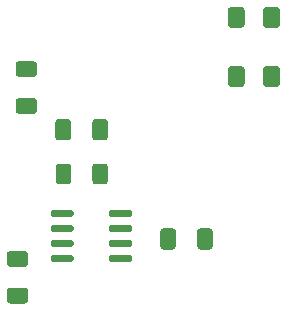
<source format=gbr>
%TF.GenerationSoftware,KiCad,Pcbnew,5.1.10-88a1d61d58~90~ubuntu20.04.1*%
%TF.CreationDate,2021-10-29T09:56:54+11:00*%
%TF.ProjectId,simple-photodetector,73696d70-6c65-42d7-9068-6f746f646574,rev?*%
%TF.SameCoordinates,Original*%
%TF.FileFunction,Paste,Top*%
%TF.FilePolarity,Positive*%
%FSLAX46Y46*%
G04 Gerber Fmt 4.6, Leading zero omitted, Abs format (unit mm)*
G04 Created by KiCad (PCBNEW 5.1.10-88a1d61d58~90~ubuntu20.04.1) date 2021-10-29 09:56:54*
%MOMM*%
%LPD*%
G01*
G04 APERTURE LIST*
G04 APERTURE END LIST*
%TO.C,C4*%
G36*
G01*
X124150001Y-64662500D02*
X122849999Y-64662500D01*
G75*
G02*
X122600000Y-64412501I0J249999D01*
G01*
X122600000Y-63587499D01*
G75*
G02*
X122849999Y-63337500I249999J0D01*
G01*
X124150001Y-63337500D01*
G75*
G02*
X124400000Y-63587499I0J-249999D01*
G01*
X124400000Y-64412501D01*
G75*
G02*
X124150001Y-64662500I-249999J0D01*
G01*
G37*
G36*
G01*
X124150001Y-61537500D02*
X122849999Y-61537500D01*
G75*
G02*
X122600000Y-61287501I0J249999D01*
G01*
X122600000Y-60462499D01*
G75*
G02*
X122849999Y-60212500I249999J0D01*
G01*
X124150001Y-60212500D01*
G75*
G02*
X124400000Y-60462499I0J-249999D01*
G01*
X124400000Y-61287501D01*
G75*
G02*
X124150001Y-61537500I-249999J0D01*
G01*
G37*
%TD*%
%TO.C,C5*%
G36*
G01*
X127287500Y-65349999D02*
X127287500Y-66650001D01*
G75*
G02*
X127037501Y-66900000I-249999J0D01*
G01*
X126212499Y-66900000D01*
G75*
G02*
X125962500Y-66650001I0J249999D01*
G01*
X125962500Y-65349999D01*
G75*
G02*
X126212499Y-65100000I249999J0D01*
G01*
X127037501Y-65100000D01*
G75*
G02*
X127287500Y-65349999I0J-249999D01*
G01*
G37*
G36*
G01*
X130412500Y-65349999D02*
X130412500Y-66650001D01*
G75*
G02*
X130162501Y-66900000I-249999J0D01*
G01*
X129337499Y-66900000D01*
G75*
G02*
X129087500Y-66650001I0J249999D01*
G01*
X129087500Y-65349999D01*
G75*
G02*
X129337499Y-65100000I249999J0D01*
G01*
X130162501Y-65100000D01*
G75*
G02*
X130412500Y-65349999I0J-249999D01*
G01*
G37*
%TD*%
%TO.C,C6*%
G36*
G01*
X139287500Y-74599999D02*
X139287500Y-75900001D01*
G75*
G02*
X139037501Y-76150000I-249999J0D01*
G01*
X138212499Y-76150000D01*
G75*
G02*
X137962500Y-75900001I0J249999D01*
G01*
X137962500Y-74599999D01*
G75*
G02*
X138212499Y-74350000I249999J0D01*
G01*
X139037501Y-74350000D01*
G75*
G02*
X139287500Y-74599999I0J-249999D01*
G01*
G37*
G36*
G01*
X136162500Y-74599999D02*
X136162500Y-75900001D01*
G75*
G02*
X135912501Y-76150000I-249999J0D01*
G01*
X135087499Y-76150000D01*
G75*
G02*
X134837500Y-75900001I0J249999D01*
G01*
X134837500Y-74599999D01*
G75*
G02*
X135087499Y-74350000I249999J0D01*
G01*
X135912501Y-74350000D01*
G75*
G02*
X136162500Y-74599999I0J-249999D01*
G01*
G37*
%TD*%
%TO.C,C7*%
G36*
G01*
X123400001Y-77600000D02*
X122099999Y-77600000D01*
G75*
G02*
X121850000Y-77350001I0J249999D01*
G01*
X121850000Y-76524999D01*
G75*
G02*
X122099999Y-76275000I249999J0D01*
G01*
X123400001Y-76275000D01*
G75*
G02*
X123650000Y-76524999I0J-249999D01*
G01*
X123650000Y-77350001D01*
G75*
G02*
X123400001Y-77600000I-249999J0D01*
G01*
G37*
G36*
G01*
X123400001Y-80725000D02*
X122099999Y-80725000D01*
G75*
G02*
X121850000Y-80475001I0J249999D01*
G01*
X121850000Y-79649999D01*
G75*
G02*
X122099999Y-79400000I249999J0D01*
G01*
X123400001Y-79400000D01*
G75*
G02*
X123650000Y-79649999I0J-249999D01*
G01*
X123650000Y-80475001D01*
G75*
G02*
X123400001Y-80725000I-249999J0D01*
G01*
G37*
%TD*%
%TO.C,D1*%
G36*
G01*
X140562500Y-57125000D02*
X140562500Y-55875000D01*
G75*
G02*
X140812500Y-55625000I250000J0D01*
G01*
X141737500Y-55625000D01*
G75*
G02*
X141987500Y-55875000I0J-250000D01*
G01*
X141987500Y-57125000D01*
G75*
G02*
X141737500Y-57375000I-250000J0D01*
G01*
X140812500Y-57375000D01*
G75*
G02*
X140562500Y-57125000I0J250000D01*
G01*
G37*
G36*
G01*
X143537500Y-57125000D02*
X143537500Y-55875000D01*
G75*
G02*
X143787500Y-55625000I250000J0D01*
G01*
X144712500Y-55625000D01*
G75*
G02*
X144962500Y-55875000I0J-250000D01*
G01*
X144962500Y-57125000D01*
G75*
G02*
X144712500Y-57375000I-250000J0D01*
G01*
X143787500Y-57375000D01*
G75*
G02*
X143537500Y-57125000I0J250000D01*
G01*
G37*
%TD*%
%TO.C,D2*%
G36*
G01*
X141987500Y-60875000D02*
X141987500Y-62125000D01*
G75*
G02*
X141737500Y-62375000I-250000J0D01*
G01*
X140812500Y-62375000D01*
G75*
G02*
X140562500Y-62125000I0J250000D01*
G01*
X140562500Y-60875000D01*
G75*
G02*
X140812500Y-60625000I250000J0D01*
G01*
X141737500Y-60625000D01*
G75*
G02*
X141987500Y-60875000I0J-250000D01*
G01*
G37*
G36*
G01*
X144962500Y-60875000D02*
X144962500Y-62125000D01*
G75*
G02*
X144712500Y-62375000I-250000J0D01*
G01*
X143787500Y-62375000D01*
G75*
G02*
X143537500Y-62125000I0J250000D01*
G01*
X143537500Y-60875000D01*
G75*
G02*
X143787500Y-60625000I250000J0D01*
G01*
X144712500Y-60625000D01*
G75*
G02*
X144962500Y-60875000I0J-250000D01*
G01*
G37*
%TD*%
%TO.C,R1*%
G36*
G01*
X130400000Y-69125000D02*
X130400000Y-70375000D01*
G75*
G02*
X130150000Y-70625000I-250000J0D01*
G01*
X129350000Y-70625000D01*
G75*
G02*
X129100000Y-70375000I0J250000D01*
G01*
X129100000Y-69125000D01*
G75*
G02*
X129350000Y-68875000I250000J0D01*
G01*
X130150000Y-68875000D01*
G75*
G02*
X130400000Y-69125000I0J-250000D01*
G01*
G37*
G36*
G01*
X127300000Y-69125000D02*
X127300000Y-70375000D01*
G75*
G02*
X127050000Y-70625000I-250000J0D01*
G01*
X126250000Y-70625000D01*
G75*
G02*
X126000000Y-70375000I0J250000D01*
G01*
X126000000Y-69125000D01*
G75*
G02*
X126250000Y-68875000I250000J0D01*
G01*
X127050000Y-68875000D01*
G75*
G02*
X127300000Y-69125000I0J-250000D01*
G01*
G37*
%TD*%
%TO.C,U1*%
G36*
G01*
X125550000Y-73245000D02*
X125550000Y-72945000D01*
G75*
G02*
X125700000Y-72795000I150000J0D01*
G01*
X127350000Y-72795000D01*
G75*
G02*
X127500000Y-72945000I0J-150000D01*
G01*
X127500000Y-73245000D01*
G75*
G02*
X127350000Y-73395000I-150000J0D01*
G01*
X125700000Y-73395000D01*
G75*
G02*
X125550000Y-73245000I0J150000D01*
G01*
G37*
G36*
G01*
X125550000Y-74515000D02*
X125550000Y-74215000D01*
G75*
G02*
X125700000Y-74065000I150000J0D01*
G01*
X127350000Y-74065000D01*
G75*
G02*
X127500000Y-74215000I0J-150000D01*
G01*
X127500000Y-74515000D01*
G75*
G02*
X127350000Y-74665000I-150000J0D01*
G01*
X125700000Y-74665000D01*
G75*
G02*
X125550000Y-74515000I0J150000D01*
G01*
G37*
G36*
G01*
X125550000Y-75785000D02*
X125550000Y-75485000D01*
G75*
G02*
X125700000Y-75335000I150000J0D01*
G01*
X127350000Y-75335000D01*
G75*
G02*
X127500000Y-75485000I0J-150000D01*
G01*
X127500000Y-75785000D01*
G75*
G02*
X127350000Y-75935000I-150000J0D01*
G01*
X125700000Y-75935000D01*
G75*
G02*
X125550000Y-75785000I0J150000D01*
G01*
G37*
G36*
G01*
X125550000Y-77055000D02*
X125550000Y-76755000D01*
G75*
G02*
X125700000Y-76605000I150000J0D01*
G01*
X127350000Y-76605000D01*
G75*
G02*
X127500000Y-76755000I0J-150000D01*
G01*
X127500000Y-77055000D01*
G75*
G02*
X127350000Y-77205000I-150000J0D01*
G01*
X125700000Y-77205000D01*
G75*
G02*
X125550000Y-77055000I0J150000D01*
G01*
G37*
G36*
G01*
X130500000Y-77055000D02*
X130500000Y-76755000D01*
G75*
G02*
X130650000Y-76605000I150000J0D01*
G01*
X132300000Y-76605000D01*
G75*
G02*
X132450000Y-76755000I0J-150000D01*
G01*
X132450000Y-77055000D01*
G75*
G02*
X132300000Y-77205000I-150000J0D01*
G01*
X130650000Y-77205000D01*
G75*
G02*
X130500000Y-77055000I0J150000D01*
G01*
G37*
G36*
G01*
X130500000Y-75785000D02*
X130500000Y-75485000D01*
G75*
G02*
X130650000Y-75335000I150000J0D01*
G01*
X132300000Y-75335000D01*
G75*
G02*
X132450000Y-75485000I0J-150000D01*
G01*
X132450000Y-75785000D01*
G75*
G02*
X132300000Y-75935000I-150000J0D01*
G01*
X130650000Y-75935000D01*
G75*
G02*
X130500000Y-75785000I0J150000D01*
G01*
G37*
G36*
G01*
X130500000Y-74515000D02*
X130500000Y-74215000D01*
G75*
G02*
X130650000Y-74065000I150000J0D01*
G01*
X132300000Y-74065000D01*
G75*
G02*
X132450000Y-74215000I0J-150000D01*
G01*
X132450000Y-74515000D01*
G75*
G02*
X132300000Y-74665000I-150000J0D01*
G01*
X130650000Y-74665000D01*
G75*
G02*
X130500000Y-74515000I0J150000D01*
G01*
G37*
G36*
G01*
X130500000Y-73245000D02*
X130500000Y-72945000D01*
G75*
G02*
X130650000Y-72795000I150000J0D01*
G01*
X132300000Y-72795000D01*
G75*
G02*
X132450000Y-72945000I0J-150000D01*
G01*
X132450000Y-73245000D01*
G75*
G02*
X132300000Y-73395000I-150000J0D01*
G01*
X130650000Y-73395000D01*
G75*
G02*
X130500000Y-73245000I0J150000D01*
G01*
G37*
%TD*%
M02*

</source>
